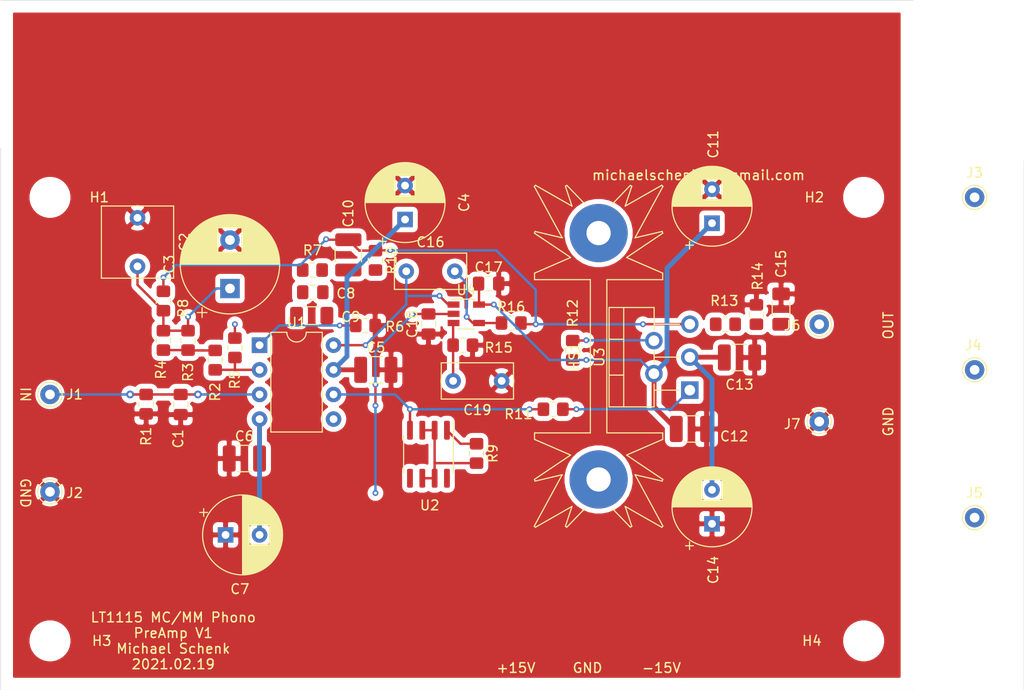
<source format=kicad_pcb>
(kicad_pcb (version 20171130) (host pcbnew "(5.1.9-0-10_14)")
  (layers (0 F.Cu signal) (31 B.Cu signal) (34 B.Paste user) (35 F.Paste user) (36 B.SilkS user) (37 F.SilkS user) (38 B.Mask user) (39 F.Mask user) (44 Edge.Cuts user))
  (net 0 "")
  (net 1 GND)
  (net 2 "Net-(C1-Pad1)")
  (net 3 "Net-(C2-Pad2)")
  (net 4 +15V)
  (net 5 -15V)
  (net 6 "Net-(C8-Pad2)")
  (net 7 "Net-(C10-Pad2)")
  (net 8 SERVO_INR)
  (net 9 "Net-(C15-Pad1)")
  (net 10 "Net-(C16-Pad2)")
  (net 11 SERVO_OUTR)
  (net 12 "Net-(C19-Pad2)")
  (net 13 "Net-(R2-Pad2)")
  (net 14 "Net-(R2-Pad1)")
  (net 15 "Net-(R6-Pad2)")
  (net 16 "Net-(R9-Pad1)")
  (net 17 "Net-(R11-Pad2)")
  (net 18 "Net-(R11-Pad1)")
  (net 19 "Net-(R12-Pad2)")
  (module MountingHole:MountingHole_3.2mm_M3 (layer F.Cu) (at 163.83 144.78)
    (fp_text reference H4 (at -5.334 0) (layer F.SilkS))
    (fp_text value MountingHole)
    (pad 1 np_thru_hole circle (at 0 0) (size 3.2 3.2) (drill 3.2) (layers *.Cu *.Mask))
  )
  (module MountingHole:MountingHole_3.2mm_M3 (layer F.Cu) (at 80.01 144.78)
    (fp_text reference H3 (at 5.334 0) (layer F.SilkS))
    (fp_text value MountingHole)
    (pad 1 np_thru_hole circle (at 0 0) (size 3.2 3.2) (drill 3.2) (layers *.Cu *.Mask))
  )
  (module MountingHole:MountingHole_3.2mm_M3 (layer F.Cu) (at 163.83 99.06)
    (fp_text reference H2 (at -5.08 0) (layer F.SilkS))
    (fp_text value MountingHole)
    (pad 1 np_thru_hole circle (at 0 0) (size 3.2 3.2) (drill 3.2) (layers *.Cu *.Mask))
  )
  (module MountingHole:MountingHole_3.2mm_M3 (layer F.Cu) (at 80.01 99.06)
    (fp_text reference H1 (at 5.08 0) (layer F.SilkS))
    (fp_text value MountingHole)
    (pad 1 np_thru_hole circle (at 0 0) (size 3.2 3.2) (drill 3.2) (layers *.Cu *.Mask))
  )
  (module Package_TO_SOT_SMD:TSOT-23-5 (layer F.Cu) (at 122.896 111.064)
    (fp_text reference U4 (at 0 -2.45) (layer F.SilkS))
    (fp_text value OPA188xxDBV)
    (pad 5 smd rect (at 1.31 -0.95) (size 1.22 0.65) (layers F.Cu F.Paste F.Mask) (net 4 +15V))
    (pad 4 smd rect (at 1.31 0.95) (size 1.22 0.65) (layers F.Cu F.Paste F.Mask) (net 10 "Net-(C16-Pad2)"))
    (pad 3 smd rect (at -1.31 0.95) (size 1.22 0.65) (layers F.Cu F.Paste F.Mask) (net 12 "Net-(C19-Pad2)"))
    (pad 2 smd rect (at -1.31 0) (size 1.22 0.65) (layers F.Cu F.Paste F.Mask) (net 5 -15V))
    (pad 1 smd rect (at -1.31 -0.95) (size 1.22 0.65) (layers F.Cu F.Paste F.Mask) (net 11 SERVO_OUTR))
  )
  (module Package_TO_SOT_THT:TO-220-5_P3.4x3.7mm_StaggerOdd_Lead3.8mm_Vertical (layer F.Cu) (at 145.923 118.9355 90)
    (fp_text reference U3 (at 3.4 -9.32 90) (layer F.SilkS))
    (fp_text value LT1010)
    (pad 5 thru_hole oval (at 6.8 0 90) (size 1.8 1.8) (drill 1.1) (layers *.Cu *.Mask) (net 8 SERVO_INR))
    (pad 4 thru_hole oval (at 5.1 -3.7 90) (size 1.8 1.8) (drill 1.1) (layers *.Cu *.Mask) (net 19 "Net-(R12-Pad2)"))
    (pad 3 thru_hole oval (at 3.4 0 90) (size 1.8 1.8) (drill 1.1) (layers *.Cu *.Mask) (net 5 -15V))
    (pad 2 thru_hole oval (at 1.7 -3.7 90) (size 1.8 1.8) (drill 1.1) (layers *.Cu *.Mask) (net 4 +15V))
    (pad 1 thru_hole rect (at 0 0 90) (size 1.8 1.8) (drill 1.1) (layers *.Cu *.Mask) (net 18 "Net-(R11-Pad1)"))
  )
  (module Package_SO:SOIC-8_3.9x4.9mm_P1.27mm (layer F.Cu) (at 118.999 125.541 270)
    (fp_text reference U2 (at 5.269 -0.127 180) (layer F.SilkS))
    (fp_text value LM334M)
    (pad 8 smd roundrect (at 2.475 -1.905 270) (size 1.95 0.6) (layers F.Cu F.Paste F.Mask))
    (pad 7 smd roundrect (at 2.475 -0.635 270) (size 1.95 0.6) (layers F.Cu F.Paste F.Mask) (net 5 -15V))
    (pad 6 smd roundrect (at 2.475 0.635 270) (size 1.95 0.6) (layers F.Cu F.Paste F.Mask) (net 5 -15V))
    (pad 5 smd roundrect (at 2.475 1.905 270) (size 1.95 0.6) (layers F.Cu F.Paste F.Mask))
    (pad 4 smd roundrect (at -2.475 1.905 270) (size 1.95 0.6) (layers F.Cu F.Paste F.Mask) (net 17 "Net-(R11-Pad2)"))
    (pad 3 smd roundrect (at -2.475 0.635 270) (size 1.95 0.6) (layers F.Cu F.Paste F.Mask) (net 5 -15V))
    (pad 2 smd roundrect (at -2.475 -0.635 270) (size 1.95 0.6) (layers F.Cu F.Paste F.Mask) (net 5 -15V))
    (pad 1 smd roundrect (at -2.475 -1.905 270) (size 1.95 0.6) (layers F.Cu F.Paste F.Mask) (net 16 "Net-(R9-Pad1)"))
  )
  (module Package_DIP:DIP-8_W7.62mm (layer F.Cu) (at 101.6 114.3)
    (fp_text reference U1 (at 3.81 -2.33) (layer F.SilkS))
    (fp_text value LT1115)
    (pad 8 thru_hole oval (at 7.62 0) (size 1.6 1.6) (drill 0.8) (layers *.Cu *.Mask) (net 11 SERVO_OUTR))
    (pad 4 thru_hole oval (at 0 7.62) (size 1.6 1.6) (drill 0.8) (layers *.Cu *.Mask) (net 5 -15V))
    (pad 7 thru_hole oval (at 7.62 2.54) (size 1.6 1.6) (drill 0.8) (layers *.Cu *.Mask) (net 4 +15V))
    (pad 3 thru_hole oval (at 0 5.08) (size 1.6 1.6) (drill 0.8) (layers *.Cu *.Mask) (net 2 "Net-(C1-Pad1)"))
    (pad 6 thru_hole oval (at 7.62 5.08) (size 1.6 1.6) (drill 0.8) (layers *.Cu *.Mask) (net 17 "Net-(R11-Pad2)"))
    (pad 2 thru_hole oval (at 0 2.54) (size 1.6 1.6) (drill 0.8) (layers *.Cu *.Mask) (net 14 "Net-(R2-Pad1)"))
    (pad 5 thru_hole oval (at 7.62 7.62) (size 1.6 1.6) (drill 0.8) (layers *.Cu *.Mask))
    (pad 1 thru_hole rect (at 0 0) (size 1.6 1.6) (drill 0.8) (layers *.Cu *.Mask) (net 15 "Net-(R6-Pad2)"))
  )
  (module Resistor_SMD:R_0805_2012Metric_Pad1.20x1.40mm_HandSolder (layer F.Cu) (at 127.524 112.014)
    (fp_text reference R16 (at 0 -1.65) (layer F.SilkS))
    (fp_text value 100k)
    (pad 2 smd roundrect (at 1 0) (size 1.2 1.4) (layers F.Cu F.Paste F.Mask) (roundrect_rratio 0.2083325) (net 8 SERVO_INR))
    (pad 1 smd roundrect (at -1 0) (size 1.2 1.4) (layers F.Cu F.Paste F.Mask) (roundrect_rratio 0.2083325) (net 10 "Net-(C16-Pad2)"))
  )
  (module Resistor_SMD:R_0805_2012Metric_Pad1.20x1.40mm_HandSolder (layer F.Cu) (at 122.539 114.3)
    (fp_text reference R15 (at 3.699 0.254) (layer F.SilkS))
    (fp_text value 100k)
    (pad 2 smd roundrect (at 1 0) (size 1.2 1.4) (layers F.Cu F.Paste F.Mask) (roundrect_rratio 0.2083325) (net 1 GND))
    (pad 1 smd roundrect (at -1 0) (size 1.2 1.4) (layers F.Cu F.Paste F.Mask) (roundrect_rratio 0.2083325) (net 12 "Net-(C19-Pad2)"))
  )
  (module Resistor_SMD:R_0805_2012Metric_Pad1.20x1.40mm_HandSolder (layer F.Cu) (at 152.781 111.141 90)
    (fp_text reference R14 (at 3.953 0.127 90) (layer F.SilkS))
    (fp_text value 25k)
    (pad 2 smd roundrect (at 1 0 90) (size 1.2 1.4) (layers F.Cu F.Paste F.Mask) (roundrect_rratio 0.2083325) (net 1 GND))
    (pad 1 smd roundrect (at -1 0 90) (size 1.2 1.4) (layers F.Cu F.Paste F.Mask) (roundrect_rratio 0.2083325) (net 9 "Net-(C15-Pad1)"))
  )
  (module Resistor_SMD:R_0805_2012Metric_Pad1.20x1.40mm_HandSolder (layer F.Cu) (at 149.59 112.141 180)
    (fp_text reference R13 (at 0.111 2.413) (layer F.SilkS))
    (fp_text value 562R)
    (pad 2 smd roundrect (at 1 0 180) (size 1.2 1.4) (layers F.Cu F.Paste F.Mask) (roundrect_rratio 0.2083325) (net 8 SERVO_INR))
    (pad 1 smd roundrect (at -1 0 180) (size 1.2 1.4) (layers F.Cu F.Paste F.Mask) (roundrect_rratio 0.2083325) (net 9 "Net-(C15-Pad1)"))
  )
  (module Resistor_SMD:R_0805_2012Metric_Pad1.20x1.40mm_HandSolder (layer F.Cu) (at 133.858 114.824 90)
    (fp_text reference R12 (at 3.826 0 90) (layer F.SilkS))
    (fp_text value 49.9R)
    (pad 2 smd roundrect (at 1 0 90) (size 1.2 1.4) (layers F.Cu F.Paste F.Mask) (roundrect_rratio 0.2083325) (net 19 "Net-(R12-Pad2)"))
    (pad 1 smd roundrect (at -1 0 90) (size 1.2 1.4) (layers F.Cu F.Paste F.Mask) (roundrect_rratio 0.2083325) (net 4 +15V))
  )
  (module Resistor_SMD:R_0805_2012Metric_Pad1.20x1.40mm_HandSolder (layer F.Cu) (at 131.842 120.904 180)
    (fp_text reference R11 (at 3.572 -0.508) (layer F.SilkS))
    (fp_text value 100R)
    (pad 2 smd roundrect (at 1 0 180) (size 1.2 1.4) (layers F.Cu F.Paste F.Mask) (roundrect_rratio 0.2083325) (net 17 "Net-(R11-Pad2)"))
    (pad 1 smd roundrect (at -1 0 180) (size 1.2 1.4) (layers F.Cu F.Paste F.Mask) (roundrect_rratio 0.2083325) (net 18 "Net-(R11-Pad1)"))
  )
  (module Resistor_SMD:R_0805_2012Metric_Pad1.20x1.40mm_HandSolder (layer F.Cu) (at 113.538 105.553 270)
    (fp_text reference R10 (at 0 -1.65 90) (layer F.SilkS))
    (fp_text value 210k)
    (pad 2 smd roundrect (at 1 0 270) (size 1.2 1.4) (layers F.Cu F.Paste F.Mask) (roundrect_rratio 0.2083325) (net 7 "Net-(C10-Pad2)"))
    (pad 1 smd roundrect (at -1 0 270) (size 1.2 1.4) (layers F.Cu F.Paste F.Mask) (roundrect_rratio 0.2083325) (net 8 SERVO_INR))
  )
  (module Resistor_SMD:R_0805_2012Metric_Pad1.20x1.40mm_HandSolder (layer F.Cu) (at 123.952 125.46 270)
    (fp_text reference R9 (at 0 -1.65 90) (layer F.SilkS))
    (fp_text value 33.2R)
    (pad 2 smd roundrect (at 1 0 270) (size 1.2 1.4) (layers F.Cu F.Paste F.Mask) (roundrect_rratio 0.2083325) (net 5 -15V))
    (pad 1 smd roundrect (at -1 0 270) (size 1.2 1.4) (layers F.Cu F.Paste F.Mask) (roundrect_rratio 0.2083325) (net 16 "Net-(R9-Pad1)"))
  )
  (module Resistor_SMD:R_0805_2012Metric_Pad1.20x1.40mm_HandSolder (layer F.Cu) (at 91.694 109.744 270)
    (fp_text reference R8 (at 0.746 -2.032 90) (layer F.SilkS))
    (fp_text value 82.5k)
    (pad 2 smd roundrect (at 1 0 270) (size 1.2 1.4) (layers F.Cu F.Paste F.Mask) (roundrect_rratio 0.2083325) (net 3 "Net-(C2-Pad2)"))
    (pad 1 smd roundrect (at -1 0 270) (size 1.2 1.4) (layers F.Cu F.Paste F.Mask) (roundrect_rratio 0.2083325) (net 8 SERVO_INR))
  )
  (module Resistor_SMD:R_0805_2012Metric_Pad1.20x1.40mm_HandSolder (layer F.Cu) (at 107.045 106.553 180)
    (fp_text reference R7 (at 0 2.032) (layer F.SilkS))
    (fp_text value 17.8k)
    (pad 2 smd roundrect (at 1 0 180) (size 1.2 1.4) (layers F.Cu F.Paste F.Mask) (roundrect_rratio 0.2083325) (net 6 "Net-(C8-Pad2)"))
    (pad 1 smd roundrect (at -1 0 180) (size 1.2 1.4) (layers F.Cu F.Paste F.Mask) (roundrect_rratio 0.2083325) (net 7 "Net-(C10-Pad2)"))
  )
  (module Resistor_SMD:R_0805_2012Metric_Pad1.20x1.40mm_HandSolder (layer F.Cu) (at 112.506 112.268 180)
    (fp_text reference R6 (at -3.032 -0.127) (layer F.SilkS))
    (fp_text value 33.2k)
    (pad 2 smd roundrect (at 1 0 180) (size 1.2 1.4) (layers F.Cu F.Paste F.Mask) (roundrect_rratio 0.2083325) (net 15 "Net-(R6-Pad2)"))
    (pad 1 smd roundrect (at -1 0 180) (size 1.2 1.4) (layers F.Cu F.Paste F.Mask) (roundrect_rratio 0.2083325) (net 1 GND))
  )
  (module Resistor_SMD:R_0805_2012Metric_Pad1.20x1.40mm_HandSolder (layer F.Cu) (at 99.06 114.57 270)
    (fp_text reference R5 (at 3.286 0 90) (layer F.SilkS))
    (fp_text value 449R)
    (pad 2 smd roundrect (at 1 0 270) (size 1.2 1.4) (layers F.Cu F.Paste F.Mask) (roundrect_rratio 0.2083325) (net 14 "Net-(R2-Pad1)"))
    (pad 1 smd roundrect (at -1 0 270) (size 1.2 1.4) (layers F.Cu F.Paste F.Mask) (roundrect_rratio 0.2083325) (net 6 "Net-(C8-Pad2)"))
  )
  (module Resistor_SMD:R_0805_2012Metric_Pad1.20x1.40mm_HandSolder (layer F.Cu) (at 91.694 113.808 90)
    (fp_text reference R4 (at -3.032 -0.254 90) (layer F.SilkS))
    (fp_text value 0R)
    (pad 2 smd roundrect (at 1 0 90) (size 1.2 1.4) (layers F.Cu F.Paste F.Mask) (roundrect_rratio 0.2083325) (net 3 "Net-(C2-Pad2)"))
    (pad 1 smd roundrect (at -1 0 90) (size 1.2 1.4) (layers F.Cu F.Paste F.Mask) (roundrect_rratio 0.2083325) (net 13 "Net-(R2-Pad2)"))
  )
  (module Resistor_SMD:R_0805_2012Metric_Pad1.20x1.40mm_HandSolder (layer F.Cu) (at 94.234 113.808 90)
    (fp_text reference R3 (at -3.286 0 90) (layer F.SilkS))
    (fp_text value 210R)
    (pad 2 smd roundrect (at 1 0 90) (size 1.2 1.4) (layers F.Cu F.Paste F.Mask) (roundrect_rratio 0.2083325) (net 3 "Net-(C2-Pad2)"))
    (pad 1 smd roundrect (at -1 0 90) (size 1.2 1.4) (layers F.Cu F.Paste F.Mask) (roundrect_rratio 0.2083325) (net 13 "Net-(R2-Pad2)"))
  )
  (module Resistor_SMD:R_0805_2012Metric_Pad1.20x1.40mm_HandSolder (layer F.Cu) (at 97.028 115.84 90)
    (fp_text reference R2 (at -3.286 0 90) (layer F.SilkS))
    (fp_text value 22.6R)
    (pad 2 smd roundrect (at 1 0 90) (size 1.2 1.4) (layers F.Cu F.Paste F.Mask) (roundrect_rratio 0.2083325) (net 13 "Net-(R2-Pad2)"))
    (pad 1 smd roundrect (at -1 0 90) (size 1.2 1.4) (layers F.Cu F.Paste F.Mask) (roundrect_rratio 0.2083325) (net 14 "Net-(R2-Pad1)"))
  )
  (module Resistor_SMD:R_0805_2012Metric_Pad1.20x1.40mm_HandSolder (layer F.Cu) (at 89.916 120.38 270)
    (fp_text reference R1 (at 3.318 0 90) (layer F.SilkS))
    (fp_text value 100R)
    (pad 2 smd roundrect (at 1 0 270) (size 1.2 1.4) (layers F.Cu F.Paste F.Mask) (roundrect_rratio 0.2083325) (net 1 GND))
    (pad 1 smd roundrect (at -1 0 270) (size 1.2 1.4) (layers F.Cu F.Paste F.Mask) (roundrect_rratio 0.2083325) (net 2 "Net-(C1-Pad1)"))
  )
  (module Connector_Pin:Pin_D1.0mm_L10.0mm (layer F.Cu) (at 159.258 122.174)
    (fp_text reference J7 (at -2.794 0.254) (layer F.SilkS))
    (fp_text value OUTR_GND)
    (pad 1 thru_hole circle (at 0 0) (size 2 2) (drill 1) (layers *.Cu *.Mask) (net 1 GND))
  )
  (module Connector_Pin:Pin_D1.0mm_L10.0mm (layer F.Cu) (at 159.258 112.141)
    (fp_text reference J6 (at -2.794 0.127) (layer F.SilkS))
    (fp_text value OUTR)
    (pad 1 thru_hole circle (at 0 0) (size 2 2) (drill 1) (layers *.Cu *.Mask) (net 9 "Net-(C15-Pad1)"))
  )
  (module Connector_Pin:Pin_D1.0mm_L10.0mm (layer F.Cu) (at 175.26 132.08)
    (fp_text reference J5 (at 0 -2.54) (layer F.SilkS))
    (fp_text value -15V)
    (pad 1 thru_hole circle (at 0 0) (size 2 2) (drill 1) (layers *.Cu *.Mask) (net 5 -15V))
  )
  (module Connector_Pin:Pin_D1.0mm_L10.0mm (layer F.Cu) (at 175.26 116.84)
    (fp_text reference J4 (at -0.127 -2.54) (layer F.SilkS))
    (fp_text value GND)
    (pad 1 thru_hole circle (at 0 0) (size 2 2) (drill 1) (layers *.Cu *.Mask) (net 1 GND))
  )
  (module Connector_Pin:Pin_D1.0mm_L10.0mm (layer F.Cu) (at 175.26 99.06)
    (fp_text reference J3 (at 0 -2.54) (layer F.SilkS))
    (fp_text value +15V)
    (pad 1 thru_hole circle (at 0 0) (size 2 2) (drill 1) (layers *.Cu *.Mask) (net 4 +15V))
  )
  (module Connector_Pin:Pin_D1.0mm_L10.0mm (layer F.Cu) (at 80.01 129.413)
    (fp_text reference J2 (at 2.54 0.127) (layer F.SilkS))
    (fp_text value INR_GND)
    (pad 1 thru_hole circle (at 0 0) (size 2 2) (drill 1) (layers *.Cu *.Mask) (net 1 GND))
  )
  (module Connector_Pin:Pin_D1.0mm_L10.0mm (layer F.Cu) (at 80.01 119.38)
    (fp_text reference J1 (at 2.54 0) (layer F.SilkS))
    (fp_text value INR)
    (pad 1 thru_hole circle (at 0 0) (size 2 2) (drill 1) (layers *.Cu *.Mask) (net 2 "Net-(C1-Pad1)"))
  )
  (module Heatsink:Heatsink_Fischer_SK104-STC-STIC_35x13mm_2xDrill2.5mm (layer F.Cu) (at 136.525 115.443 90)
    (fp_text reference HS1 (at -0.025 -2.5 90) (layer F.SilkS))
    (fp_text value Heatsink)
    (pad 1 thru_hole circle (at -12.7 0 270) (size 6 6) (drill 2.5) (layers *.Cu *.Mask))
    (pad 1 thru_hole circle (at 12.7 0 90) (size 6 6) (drill 2.5) (layers *.Cu *.Mask))
  )
  (module Capacitor_THT:C_Rect_L7.2mm_W3.5mm_P5.00mm_FKS2_FKP2_MKS2_MKP2 (layer F.Cu) (at 126.539 117.983 180)
    (fp_text reference C19 (at 2.5 -3) (layer F.SilkS))
    (fp_text value 1uF)
    (pad 2 thru_hole circle (at 5 0 180) (size 1.6 1.6) (drill 0.8) (layers *.Cu *.Mask) (net 12 "Net-(C19-Pad2)"))
    (pad 1 thru_hole circle (at 0 0 180) (size 1.6 1.6) (drill 0.8) (layers *.Cu *.Mask) (net 1 GND))
  )
  (module Capacitor_SMD:C_0805_2012Metric_Pad1.18x1.45mm_HandSolder (layer F.Cu) (at 118.999 112.1195 90)
    (fp_text reference C18 (at 0 -1.68 90) (layer F.SilkS))
    (fp_text value 100nF)
    (pad 2 smd roundrect (at 1.0375 0 90) (size 1.175 1.45) (layers F.Cu F.Paste F.Mask) (roundrect_rratio 0.2127659574468085) (net 5 -15V))
    (pad 1 smd roundrect (at -1.0375 0 90) (size 1.175 1.45) (layers F.Cu F.Paste F.Mask) (roundrect_rratio 0.2127659574468085) (net 1 GND))
  )
  (module Capacitor_SMD:C_0805_2012Metric_Pad1.18x1.45mm_HandSolder (layer F.Cu) (at 125.2005 107.95)
    (fp_text reference C17 (at 0 -1.68) (layer F.SilkS))
    (fp_text value 100nF)
    (pad 2 smd roundrect (at 1.0375 0) (size 1.175 1.45) (layers F.Cu F.Paste F.Mask) (roundrect_rratio 0.2127659574468085) (net 1 GND))
    (pad 1 smd roundrect (at -1.0375 0) (size 1.175 1.45) (layers F.Cu F.Paste F.Mask) (roundrect_rratio 0.2127659574468085) (net 4 +15V))
  )
  (module Capacitor_THT:C_Rect_L7.2mm_W3.5mm_P5.00mm_FKS2_FKP2_MKS2_MKP2 (layer F.Cu) (at 116.713 106.68)
    (fp_text reference C16 (at 2.5 -3) (layer F.SilkS))
    (fp_text value 1uF)
    (pad 2 thru_hole circle (at 5 0) (size 1.6 1.6) (drill 0.8) (layers *.Cu *.Mask) (net 10 "Net-(C16-Pad2)"))
    (pad 1 thru_hole circle (at 0 0) (size 1.6 1.6) (drill 0.8) (layers *.Cu *.Mask) (net 11 SERVO_OUTR))
  )
  (module Capacitor_SMD:C_1206_3216Metric_Pad1.33x1.80mm_HandSolder (layer F.Cu) (at 155.321 110.5785 90)
    (fp_text reference C15 (at 4.6605 0 90) (layer F.SilkS))
    (fp_text value 3.9nF)
    (pad 2 smd roundrect (at 1.5625 0 90) (size 1.325 1.8) (layers F.Cu F.Paste F.Mask) (roundrect_rratio 0.1886784905660377) (net 1 GND))
    (pad 1 smd roundrect (at -1.5625 0 90) (size 1.325 1.8) (layers F.Cu F.Paste F.Mask) (roundrect_rratio 0.1886784905660377) (net 9 "Net-(C15-Pad1)"))
  )
  (module Capacitor_THT:CP_Radial_D8.0mm_P3.50mm (layer F.Cu) (at 148.209 132.715 90)
    (fp_text reference C14 (at -4.755 0.127 90) (layer F.SilkS))
    (fp_text value 220uF/25V)
    (pad 2 thru_hole circle (at 3.5 0 90) (size 1.6 1.6) (drill 0.8) (layers *.Cu *.Mask) (net 5 -15V))
    (pad 1 thru_hole rect (at 0 0 90) (size 1.6 1.6) (drill 0.8) (layers *.Cu *.Mask) (net 1 GND))
  )
  (module Capacitor_SMD:C_1210_3225Metric_Pad1.33x2.70mm_HandSolder (layer F.Cu) (at 151.0415 115.57 180)
    (fp_text reference C13 (at 0 -2.794) (layer F.SilkS))
    (fp_text value 1uF)
    (pad 2 smd roundrect (at 1.5625 0 180) (size 1.325 2.7) (layers F.Cu F.Paste F.Mask) (roundrect_rratio 0.1886784905660377) (net 5 -15V))
    (pad 1 smd roundrect (at -1.5625 0 180) (size 1.325 2.7) (layers F.Cu F.Paste F.Mask) (roundrect_rratio 0.1886784905660377) (net 1 GND))
  )
  (module Capacitor_SMD:C_1210_3225Metric_Pad1.33x2.70mm_HandSolder (layer F.Cu) (at 146.0885 122.936)
    (fp_text reference C12 (at 4.4065 0.762) (layer F.SilkS))
    (fp_text value 1uF)
    (pad 2 smd roundrect (at 1.5625 0) (size 1.325 2.7) (layers F.Cu F.Paste F.Mask) (roundrect_rratio 0.1886784905660377) (net 1 GND))
    (pad 1 smd roundrect (at -1.5625 0) (size 1.325 2.7) (layers F.Cu F.Paste F.Mask) (roundrect_rratio 0.1886784905660377) (net 4 +15V))
  )
  (module Capacitor_THT:CP_Radial_D8.0mm_P3.50mm (layer F.Cu) (at 148.209 101.727 90)
    (fp_text reference C11 (at 8.128 0.127 90) (layer F.SilkS))
    (fp_text value 220uF/25V)
    (pad 2 thru_hole circle (at 3.5 0 90) (size 1.6 1.6) (drill 0.8) (layers *.Cu *.Mask) (net 1 GND))
    (pad 1 thru_hole rect (at 0 0 90) (size 1.6 1.6) (drill 0.8) (layers *.Cu *.Mask) (net 4 +15V))
  )
  (module Capacitor_SMD:C_1210_3225Metric_Pad1.33x2.70mm_HandSolder (layer F.Cu) (at 110.744 104.9905 270)
    (fp_text reference C10 (at -4.2795 0 90) (layer F.SilkS))
    (fp_text value 15nF)
    (pad 2 smd roundrect (at 1.5625 0 270) (size 1.325 2.7) (layers F.Cu F.Paste F.Mask) (roundrect_rratio 0.1886784905660377) (net 7 "Net-(C10-Pad2)"))
    (pad 1 smd roundrect (at -1.5625 0 270) (size 1.325 2.7) (layers F.Cu F.Paste F.Mask) (roundrect_rratio 0.1886784905660377) (net 8 SERVO_INR))
  )
  (module Capacitor_SMD:C_1206_3216Metric_Pad1.33x1.80mm_HandSolder (layer F.Cu) (at 106.9725 111.252 180)
    (fp_text reference C9 (at -4.0255 -0.127) (layer F.SilkS))
    (fp_text value 3.9nF)
    (pad 2 smd roundrect (at 1.5625 0 180) (size 1.325 1.8) (layers F.Cu F.Paste F.Mask) (roundrect_rratio 0.1886784905660377) (net 6 "Net-(C8-Pad2)"))
    (pad 1 smd roundrect (at -1.5625 0 180) (size 1.325 1.8) (layers F.Cu F.Paste F.Mask) (roundrect_rratio 0.1886784905660377) (net 7 "Net-(C10-Pad2)"))
  )
  (module Capacitor_SMD:C_0805_2012Metric_Pad1.18x1.45mm_HandSolder (layer F.Cu) (at 107.0825 108.839 180)
    (fp_text reference C8 (at -3.4075 -0.127) (layer F.SilkS))
    (fp_text value 330pF)
    (pad 2 smd roundrect (at 1.0375 0 180) (size 1.175 1.45) (layers F.Cu F.Paste F.Mask) (roundrect_rratio 0.2127659574468085) (net 6 "Net-(C8-Pad2)"))
    (pad 1 smd roundrect (at -1.0375 0 180) (size 1.175 1.45) (layers F.Cu F.Paste F.Mask) (roundrect_rratio 0.2127659574468085) (net 7 "Net-(C10-Pad2)"))
  )
  (module Capacitor_THT:CP_Radial_D8.0mm_P3.50mm (layer F.Cu) (at 98.1 133.858)
    (fp_text reference C7 (at 1.468 5.588) (layer F.SilkS))
    (fp_text value 220uF/25V)
    (pad 2 thru_hole circle (at 3.5 0) (size 1.6 1.6) (drill 0.8) (layers *.Cu *.Mask) (net 5 -15V))
    (pad 1 thru_hole rect (at 0 0) (size 1.6 1.6) (drill 0.8) (layers *.Cu *.Mask) (net 1 GND))
  )
  (module Capacitor_SMD:C_1210_3225Metric_Pad1.33x2.70mm_HandSolder (layer F.Cu) (at 100.0375 125.984)
    (fp_text reference C6 (at 0 -2.3) (layer F.SilkS))
    (fp_text value 1uF)
    (pad 2 smd roundrect (at 1.5625 0) (size 1.325 2.7) (layers F.Cu F.Paste F.Mask) (roundrect_rratio 0.1886784905660377) (net 5 -15V))
    (pad 1 smd roundrect (at -1.5625 0) (size 1.325 2.7) (layers F.Cu F.Paste F.Mask) (roundrect_rratio 0.1886784905660377) (net 1 GND))
  )
  (module Capacitor_SMD:C_1210_3225Metric_Pad1.33x2.70mm_HandSolder (layer F.Cu) (at 113.5765 116.84)
    (fp_text reference C5 (at 0 -2.3) (layer F.SilkS))
    (fp_text value 1uF)
    (pad 2 smd roundrect (at 1.5625 0) (size 1.325 2.7) (layers F.Cu F.Paste F.Mask) (roundrect_rratio 0.1886784905660377) (net 1 GND))
    (pad 1 smd roundrect (at -1.5625 0) (size 1.325 2.7) (layers F.Cu F.Paste F.Mask) (roundrect_rratio 0.1886784905660377) (net 4 +15V))
  )
  (module Capacitor_THT:CP_Radial_D8.0mm_P3.50mm (layer F.Cu) (at 116.586 101.346 90)
    (fp_text reference C4 (at 1.75 6.096 90) (layer F.SilkS))
    (fp_text value 220uF/25V)
    (pad 2 thru_hole circle (at 3.5 0 90) (size 1.6 1.6) (drill 0.8) (layers *.Cu *.Mask) (net 1 GND))
    (pad 1 thru_hole rect (at 0 0 90) (size 1.6 1.6) (drill 0.8) (layers *.Cu *.Mask) (net 4 +15V))
  )
  (module Capacitor_THT:CP_Radial_D10.0mm_P5.00mm (layer F.Cu) (at 98.552 108.458 90)
    (fp_text reference C3 (at 2.5 -6.25 90) (layer F.SilkS))
    (fp_text value 2200uF/16V)
    (pad 2 thru_hole circle (at 5 0 90) (size 2 2) (drill 1) (layers *.Cu *.Mask) (net 1 GND))
    (pad 1 thru_hole rect (at 0 0 90) (size 2 2) (drill 1) (layers *.Cu *.Mask) (net 3 "Net-(C2-Pad2)"))
  )
  (module Capacitor_THT:C_Rect_L7.2mm_W7.2mm_P5.00mm_FKS2_FKP2_MKS2_MKP2 (layer F.Cu) (at 89.027 101.172 270)
    (fp_text reference C2 (at 2.5 -4.85 90) (layer F.SilkS))
    (fp_text value 4.7uF)
    (pad 2 thru_hole circle (at 5 0 270) (size 1.6 1.6) (drill 0.8) (layers *.Cu *.Mask) (net 3 "Net-(C2-Pad2)"))
    (pad 1 thru_hole circle (at 0 0 270) (size 1.6 1.6) (drill 0.8) (layers *.Cu *.Mask) (net 1 GND))
  )
  (module Capacitor_SMD:C_0805_2012Metric_Pad1.18x1.45mm_HandSolder (layer F.Cu) (at 93.472 120.4175 270)
    (fp_text reference C1 (at 3.5345 0.254 90) (layer F.SilkS))
    (fp_text value C)
    (pad 2 smd roundrect (at 1.0375 0 270) (size 1.175 1.45) (layers F.Cu F.Paste F.Mask) (roundrect_rratio 0.2127659574468085) (net 1 GND))
    (pad 1 smd roundrect (at -1.0375 0 270) (size 1.175 1.45) (layers F.Cu F.Paste F.Mask) (roundrect_rratio 0.2127659574468085) (net 2 "Net-(C1-Pad1)"))
  )
  (gr_text OUT (at 166.37 112.268 90) (layer F.SilkS) (effects (font (size 1 1))))
  (gr_text GND (at 166.37 122.174 90) (layer F.SilkS) (effects (font (size 1 1))))
  (gr_text GND (at 135.382 147.574) (layer F.SilkS) (effects (font (size 1 1))))
  (gr_text -15V (at 143.002 147.574) (layer F.SilkS) (effects (font (size 1 1))))
  (gr_text +15V (at 128.016 147.574) (layer F.SilkS) (effects (font (size 1 1))))
  (gr_text GND (at 77.47 129.54 270) (layer F.SilkS) (effects (font (size 1 1))))
  (gr_text IN (at 77.47 119.38 270) (layer F.SilkS) (effects (font (size 1 1))))
  (gr_text "LT1115 MC/MM Phono\nPreAmp V1\nMichael Schenk\n2021.02.19" (at 92.71 144.78) (layer F.SilkS) (effects (font (size 1 1))))
  (gr_text michaelschenk72@gmail.com (at 146.812 96.774) (layer F.SilkS) (effects (font (size 1 1))))
  (gr_line (start 74.93 149.86) (end 74.93 93.98) (layer Edge.Cuts) (width 0.05))
  (gr_line (start 168.91 149.86) (end 74.93 149.86) (layer Edge.Cuts) (width 0.05))
  (gr_line (start 180.34 95.25) (end 180.34 149.86) (layer Edge.Cuts) (width 0.05))
  (gr_line (start 74.93 78.74) (end 168.91 78.74) (layer Edge.Cuts) (width 0.05))
  (via (at 88.265 119.38) (size 0.8) (drill 0.4) (layers F.Cu B.Cu) (net 2))
  (segment (start 80.01 119.38) (end 88.265 119.38) (width 0.25) (layer B.Cu) (net 2))
  (segment (start 88.265 119.38) (end 89.916 119.38) (width 0.25) (layer F.Cu) (net 2))
  (segment (start 89.916 119.38) (end 93.472 119.38) (width 0.25) (layer F.Cu) (net 2))
  (via (at 95.25 119.38) (size 0.8) (drill 0.4) (layers F.Cu B.Cu) (net 2))
  (segment (start 93.472 119.38) (end 95.25 119.38) (width 0.25) (layer F.Cu) (net 2))
  (segment (start 95.25 119.38) (end 101.6 119.38) (width 0.25) (layer B.Cu) (net 2))
  (via (at 94.234 111.379) (size 0.6) (drill 0.3) (layers F.Cu B.Cu) (net 3))
  (segment (start 94.234 112.808) (end 94.234 111.379) (width 0.25) (layer F.Cu) (net 3))
  (segment (start 94.234 111.379) (end 97.155 108.458) (width 0.25) (layer B.Cu) (net 3))
  (segment (start 97.155 108.458) (end 98.552 108.458) (width 0.25) (layer B.Cu) (net 3))
  (segment (start 94.234 112.808) (end 91.694 112.808) (width 0.25) (layer F.Cu) (net 3))
  (segment (start 91.694 112.808) (end 91.694 110.744) (width 0.25) (layer F.Cu) (net 3))
  (segment (start 89.027 108.077) (end 89.027 106.172) (width 0.25) (layer F.Cu) (net 3))
  (segment (start 91.694 110.744) (end 89.027 108.077) (width 0.25) (layer F.Cu) (net 3))
  (segment (start 109.22 116.84) (end 112.014 116.84) (width 0.5) (layer F.Cu) (net 4))
  (via (at 125.73 110.109) (size 0.6) (drill 0.3) (layers F.Cu B.Cu) (net 4))
  (segment (start 125.725 110.114) (end 125.73 110.109) (width 0.25) (layer F.Cu) (net 4))
  (segment (start 124.206 110.114) (end 125.725 110.114) (width 0.25) (layer F.Cu) (net 4))
  (segment (start 144.526 122.936) (end 142.24 120.65) (width 0.5) (layer F.Cu) (net 4))
  (segment (start 142.24 117.2525) (end 142.223 117.2355) (width 0.5) (layer F.Cu) (net 4))
  (segment (start 142.24 120.65) (end 142.24 117.2525) (width 0.5) (layer F.Cu) (net 4))
  (segment (start 143.573001 106.362999) (end 148.209 101.727) (width 0.5) (layer B.Cu) (net 4))
  (segment (start 143.573001 115.885499) (end 143.573001 106.362999) (width 0.5) (layer B.Cu) (net 4))
  (segment (start 142.223 117.2355) (end 143.573001 115.885499) (width 0.5) (layer B.Cu) (net 4))
  (via (at 135.255 115.824) (size 0.6) (drill 0.3) (layers F.Cu B.Cu) (net 4))
  (segment (start 133.858 115.824) (end 135.255 115.824) (width 0.25) (layer F.Cu) (net 4))
  (segment (start 140.8115 115.824) (end 142.223 117.2355) (width 0.25) (layer B.Cu) (net 4))
  (segment (start 135.255 115.824) (end 140.8115 115.824) (width 0.25) (layer B.Cu) (net 4))
  (segment (start 124.206 107.993) (end 124.163 107.95) (width 0.25) (layer F.Cu) (net 4))
  (segment (start 124.206 110.114) (end 124.206 107.993) (width 0.25) (layer F.Cu) (net 4))
  (segment (start 110.605001 107.326999) (end 116.586 101.346) (width 0.5) (layer B.Cu) (net 4))
  (segment (start 110.605001 115.454999) (end 110.605001 107.326999) (width 0.5) (layer B.Cu) (net 4))
  (segment (start 109.22 116.84) (end 110.605001 115.454999) (width 0.5) (layer B.Cu) (net 4))
  (segment (start 131.445 115.824) (end 125.73 110.109) (width 0.25) (layer B.Cu) (net 4))
  (segment (start 135.255 115.824) (end 131.445 115.824) (width 0.25) (layer B.Cu) (net 4))
  (segment (start 101.6 133.858) (end 101.6 121.92) (width 0.5) (layer B.Cu) (net 5))
  (segment (start 101.6 121.92) (end 101.6 125.984) (width 0.5) (layer F.Cu) (net 5))
  (segment (start 119.634 127.041) (end 119.634 128.016) (width 0.25) (layer F.Cu) (net 5))
  (segment (start 119.634 128.016) (end 118.364 128.016) (width 0.25) (layer F.Cu) (net 5))
  (segment (start 149.4445 115.5355) (end 149.479 115.57) (width 0.5) (layer F.Cu) (net 5))
  (segment (start 145.923 115.5355) (end 149.4445 115.5355) (width 0.5) (layer F.Cu) (net 5))
  (segment (start 117.391 111.082) (end 117.348 111.125) (width 0.25) (layer F.Cu) (net 5))
  (via (at 117.348 111.125) (size 0.6) (drill 0.3) (layers F.Cu B.Cu) (net 5))
  (segment (start 118.999 111.082) (end 117.391 111.082) (width 0.25) (layer F.Cu) (net 5))
  (via (at 113.538 118.364) (size 0.6) (drill 0.3) (layers F.Cu B.Cu) (net 5))
  (segment (start 113.538 114.935) (end 113.538 118.364) (width 0.25) (layer B.Cu) (net 5))
  (segment (start 117.348 111.125) (end 113.538 114.935) (width 0.25) (layer B.Cu) (net 5))
  (via (at 113.538 120.523) (size 0.6) (drill 0.3) (layers F.Cu B.Cu) (net 5))
  (segment (start 113.538 118.364) (end 113.538 120.523) (width 0.25) (layer F.Cu) (net 5))
  (via (at 113.538 129.54) (size 0.6) (drill 0.3) (layers F.Cu B.Cu) (net 5))
  (segment (start 113.538 120.523) (end 113.538 129.54) (width 0.25) (layer B.Cu) (net 5))
  (segment (start 118.364 123.066) (end 119.634 123.066) (width 0.25) (layer F.Cu) (net 5))
  (segment (start 123.952 126.46) (end 119.729 126.46) (width 0.25) (layer F.Cu) (net 5))
  (segment (start 119.729 126.46) (end 119.634 126.365) (width 0.25) (layer F.Cu) (net 5))
  (segment (start 119.634 126.365) (end 119.634 128.016) (width 0.25) (layer F.Cu) (net 5))
  (segment (start 119.634 123.066) (end 119.634 126.365) (width 0.25) (layer F.Cu) (net 5))
  (segment (start 148.209 117.8215) (end 148.209 129.215) (width 0.5) (layer B.Cu) (net 5))
  (segment (start 145.923 115.5355) (end 148.209 117.8215) (width 0.5) (layer B.Cu) (net 5))
  (segment (start 121.568 111.082) (end 121.586 111.064) (width 0.25) (layer F.Cu) (net 5))
  (segment (start 118.999 111.082) (end 121.568 111.082) (width 0.25) (layer F.Cu) (net 5))
  (via (at 99.06 112.141) (size 0.6) (drill 0.3) (layers F.Cu B.Cu) (net 6))
  (segment (start 99.06 113.57) (end 99.06 112.141) (width 0.25) (layer F.Cu) (net 6))
  (via (at 130.048 112.141) (size 0.6) (drill 0.3) (layers F.Cu B.Cu) (net 8))
  (segment (start 130.0535 112.1355) (end 130.048 112.141) (width 0.25) (layer B.Cu) (net 8))
  (segment (start 128.651 112.141) (end 128.524 112.014) (width 0.25) (layer F.Cu) (net 8))
  (segment (start 130.048 112.141) (end 128.651 112.141) (width 0.25) (layer F.Cu) (net 8))
  (segment (start 150.7435 112.1355) (end 150.749 112.141) (width 0.25) (layer F.Cu) (net 9))
  (via (at 91.694 107.315) (size 0.6) (drill 0.3) (layers F.Cu B.Cu) (net 8))
  (segment (start 91.694 107.315) (end 91.694 108.744) (width 0.25) (layer F.Cu) (net 8))
  (segment (start 141.1025 112.1355) (end 141.097 112.141) (width 0.25) (layer F.Cu) (net 8))
  (segment (start 145.923 112.1355) (end 141.1025 112.1355) (width 0.25) (layer F.Cu) (net 8))
  (segment (start 141.097 112.141) (end 141.097 112.141) (width 0.25) (layer B.Cu) (net 8))
  (segment (start 141.097 112.141) (end 130.048 112.141) (width 0.25) (layer B.Cu) (net 8))
  (via (at 141.097 112.141) (size 0.6) (drill 0.3) (layers F.Cu B.Cu) (net 8))
  (segment (start 130.048 112.141) (end 130.048 108.585) (width 0.25) (layer B.Cu) (net 8))
  (via (at 115.062 104.521) (size 0.6) (drill 0.3) (layers F.Cu B.Cu) (net 8))
  (segment (start 125.984 104.521) (end 115.062 104.521) (width 0.25) (layer B.Cu) (net 8))
  (segment (start 130.048 108.585) (end 125.984 104.521) (width 0.25) (layer B.Cu) (net 8))
  (segment (start 113.57 104.521) (end 113.538 104.553) (width 0.25) (layer F.Cu) (net 8))
  (segment (start 115.062 104.521) (end 113.57 104.521) (width 0.25) (layer F.Cu) (net 8))
  (segment (start 111.869 104.553) (end 110.744 103.428) (width 0.25) (layer F.Cu) (net 8))
  (segment (start 113.538 104.553) (end 111.869 104.553) (width 0.25) (layer F.Cu) (net 8))
  (via (at 108.458 103.378) (size 0.6) (drill 0.3) (layers F.Cu B.Cu) (net 8))
  (segment (start 108.508 103.428) (end 108.458 103.378) (width 0.25) (layer F.Cu) (net 8))
  (segment (start 110.744 103.428) (end 108.508 103.428) (width 0.25) (layer F.Cu) (net 8))
  (segment (start 108.458 103.378) (end 105.791 106.045) (width 0.25) (layer B.Cu) (net 8))
  (segment (start 92.964 106.045) (end 91.694 107.315) (width 0.25) (layer B.Cu) (net 8))
  (segment (start 105.791 106.045) (end 92.964 106.045) (width 0.25) (layer B.Cu) (net 8))
  (segment (start 123.571 112.014) (end 122.936 111.379) (width 0.25) (layer F.Cu) (net 10))
  (via (at 122.936 111.379) (size 0.6) (drill 0.3) (layers F.Cu B.Cu) (net 10))
  (segment (start 124.206 112.014) (end 123.571 112.014) (width 0.25) (layer F.Cu) (net 10))
  (segment (start 124.206 112.014) (end 126.524 112.014) (width 0.25) (layer F.Cu) (net 10))
  (segment (start 122.936 107.903) (end 121.713 106.68) (width 0.25) (layer B.Cu) (net 10))
  (segment (start 122.936 111.379) (end 122.936 107.903) (width 0.25) (layer B.Cu) (net 10))
  (segment (start 121.036 110.114) (end 120.142 109.22) (width 0.25) (layer F.Cu) (net 11))
  (via (at 120.142 109.22) (size 0.6) (drill 0.3) (layers F.Cu B.Cu) (net 11))
  (segment (start 121.586 110.114) (end 121.036 110.114) (width 0.25) (layer F.Cu) (net 11))
  (segment (start 116.713 106.68) (end 116.713 109.22) (width 0.25) (layer B.Cu) (net 11))
  (segment (start 116.713 109.22) (end 120.142 109.22) (width 0.25) (layer B.Cu) (net 11))
  (segment (start 116.713 109.22) (end 116.713 110.109) (width 0.25) (layer B.Cu) (net 11))
  (segment (start 116.713 110.109) (end 112.522 114.3) (width 0.25) (layer B.Cu) (net 11))
  (via (at 112.522 114.3) (size 0.6) (drill 0.3) (layers F.Cu B.Cu) (net 11))
  (segment (start 109.22 114.3) (end 112.522 114.3) (width 0.25) (layer F.Cu) (net 11))
  (segment (start 121.539 112.061) (end 121.586 112.014) (width 0.25) (layer F.Cu) (net 12))
  (segment (start 121.539 114.3) (end 121.539 112.061) (width 0.25) (layer F.Cu) (net 12))
  (segment (start 121.539 117.983) (end 121.539 114.3) (width 0.25) (layer F.Cu) (net 12))
  (segment (start 94.266 114.84) (end 94.234 114.808) (width 0.25) (layer F.Cu) (net 13))
  (segment (start 97.028 114.84) (end 94.266 114.84) (width 0.25) (layer F.Cu) (net 13))
  (segment (start 94.234 114.808) (end 91.694 114.808) (width 0.25) (layer F.Cu) (net 13))
  (segment (start 99.06 115.57) (end 99.06 116.84) (width 0.25) (layer F.Cu) (net 14))
  (segment (start 99.06 116.84) (end 97.028 116.84) (width 0.25) (layer F.Cu) (net 14))
  (segment (start 101.6 116.84) (end 99.06 116.84) (width 0.25) (layer F.Cu) (net 14))
  (via (at 109.855 112.268) (size 0.6) (drill 0.3) (layers F.Cu B.Cu) (net 15))
  (segment (start 111.506 112.268) (end 109.855 112.268) (width 0.25) (layer F.Cu) (net 15))
  (segment (start 103.632 112.268) (end 101.6 114.3) (width 0.25) (layer B.Cu) (net 15))
  (segment (start 109.855 112.268) (end 103.632 112.268) (width 0.25) (layer B.Cu) (net 15))
  (segment (start 122.298 124.46) (end 120.904 123.066) (width 0.25) (layer F.Cu) (net 16))
  (segment (start 123.952 124.46) (end 122.298 124.46) (width 0.25) (layer F.Cu) (net 16))
  (via (at 117.094 120.904) (size 0.6) (drill 0.3) (layers F.Cu B.Cu) (net 17))
  (segment (start 115.57 119.38) (end 117.094 120.904) (width 0.25) (layer B.Cu) (net 17))
  (segment (start 109.22 119.38) (end 115.57 119.38) (width 0.25) (layer B.Cu) (net 17))
  (segment (start 117.094 120.904) (end 117.094 123.066) (width 0.25) (layer F.Cu) (net 17))
  (via (at 129.413 120.904) (size 0.6) (drill 0.3) (layers F.Cu B.Cu) (net 17))
  (segment (start 117.094 120.904) (end 129.413 120.904) (width 0.25) (layer B.Cu) (net 17))
  (segment (start 129.413 120.904) (end 130.842 120.904) (width 0.25) (layer F.Cu) (net 17))
  (via (at 134.239 120.904) (size 0.6) (drill 0.3) (layers F.Cu B.Cu) (net 18))
  (segment (start 132.842 120.904) (end 134.239 120.904) (width 0.25) (layer F.Cu) (net 18))
  (segment (start 143.9545 120.904) (end 145.923 118.9355) (width 0.25) (layer B.Cu) (net 18))
  (segment (start 134.239 120.904) (end 143.9545 120.904) (width 0.25) (layer B.Cu) (net 18))
  (via (at 135.255 113.792) (size 0.6) (drill 0.3) (layers F.Cu B.Cu) (net 19))
  (segment (start 135.223 113.824) (end 135.255 113.792) (width 0.25) (layer F.Cu) (net 19))
  (segment (start 133.858 113.824) (end 135.223 113.824) (width 0.25) (layer F.Cu) (net 19))
  (segment (start 142.1795 113.792) (end 142.223 113.8355) (width 0.25) (layer B.Cu) (net 19))
  (segment (start 135.255 113.792) (end 142.1795 113.792) (width 0.25) (layer B.Cu) (net 19))
  (zone (net 1) (net_name GND) (layer F.Cu) (connect_pads (clearance 0.508)) (min_thickness 0.254) (fill yes (arc_segments 32) (thermal_gap 0.508) (thermal_bridge_width 0.508))
    (polygon (pts (xy 167.64 148.59) (xy 76.2 148.59) (xy 76.2 80.01) (xy 167.64 80.01)))
  )
)
</source>
